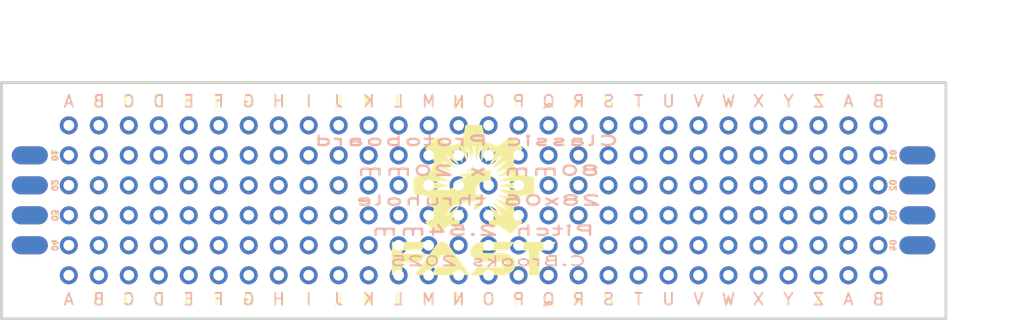
<source format=kicad_pcb>
(kicad_pcb (version 20241229) (generator "pcbnew") (generator_version "9.0")
  (layers (0 "F.Cu" signal) (2 "B.Cu" signal) (13 "F.Paste" user) (15 "B.Paste" user) (5 "F.SilkS" user "F.Silkscreen") (7 "B.SilkS" user "B.Silkscreen") (1 "F.Mask" user) (3 "B.Mask" user) (25 "Edge.Cuts" user))
  (net 0 "")
  (footprint "Proto:Proto_EdgePad_SMD_3.0x1.5mm" (layer "F.Cu") (at 108.53 130.91)
    (property "Reference" "REF**" (hide yes))
    (property "Value" "Proto_EdgePad_SMD_3.0x1.5mm" (hide yes))
    (pad "1" smd oval (at 0 0) (size 3.048 1.524) (layers "F.Cu" "F.Mask" "F.Paste"))
  )
  (footprint "Proto:Proto_EdgePad_SMD_3.0x1.5mm" (layer "F.Cu") (at 108.53 123.29)
    (property "Reference" "REF**" (hide yes))
    (property "Value" "Proto_EdgePad_SMD_3.0x1.5mm" (hide yes))
    (pad "1" smd oval (at 0 0) (size 3.048 1.524) (layers "F.Cu" "F.Mask" "F.Paste"))
  )
  (footprint "Proto:Proto_EdgePad_SMD_3.0x1.5mm" (layer "F.Cu") (at 108.53 128.37)
    (property "Reference" "REF**" (hide yes))
    (property "Value" "Proto_EdgePad_SMD_3.0x1.5mm" (hide yes))
    (pad "1" smd oval (at 0 0) (size 3.048 1.524) (layers "F.Cu" "F.Mask" "F.Paste"))
  )
  (footprint "MountingHole:MountingHole_2.2mm_M2" (layer "F.Cu") (at 108.73 134.53)
    (property "Reference" "REF**" (hide yes))
    (property "Value" "MountingHole_2.2mm_M2" (hide yes))
    (pad "" np_thru_hole circle (at 0 0) (size 2.2 2.2) (drill 2.2) (layers "*.Cu" "*.Mask"))
  )
  (footprint "Proto:Proto_EdgePad_SMD_3.0x1.5mm" (layer "F.Cu") (at 183.714 123.29)
    (property "Reference" "REF**" (hide yes))
    (property "Value" "Proto_EdgePad_SMD_3.0x1.5mm" (hide yes))
    (pad "1" smd oval (at 0 0) (size 3.048 1.524) (layers "F.Cu" "F.Mask" "F.Paste"))
  )
  (footprint "MountingHole:MountingHole_2.2mm_M2" (layer "F.Cu") (at 183.53 119.73)
    (property "Reference" "REF**" (hide yes))
    (property "Value" "MountingHole_2.2mm_M2" (hide yes))
    (pad "" np_thru_hole circle (at 0 0) (size 2.2 2.2) (drill 2.2) (layers "*.Cu" "*.Mask"))
  )
  (footprint "Proto:Proto_EdgePad_SMD_3.0x1.5mm" (layer "F.Cu") (at 183.714 130.91)
    (property "Reference" "REF**" (hide yes))
    (property "Value" "Proto_EdgePad_SMD_3.0x1.5mm" (hide yes))
    (pad "1" smd oval (at 0 0) (size 3.048 1.524) (layers "F.Cu" "F.Mask" "F.Paste"))
  )
  (footprint "Proto:Proto_EdgePad_SMD_3.0x1.5mm" (layer "F.Cu") (at 183.714 128.37)
    (property "Reference" "REF**" (hide yes))
    (property "Value" "Proto_EdgePad_SMD_3.0x1.5mm" (hide yes))
    (pad "1" smd oval (at 0 0) (size 3.048 1.524) (layers "F.Cu" "F.Mask" "F.Paste"))
  )
  (footprint "Proto:Proto_EdgePad_SMD_3.0x1.5mm" (layer "F.Cu") (at 183.714 125.83)
    (property "Reference" "REF**" (hide yes))
    (property "Value" "Proto_EdgePad_SMD_3.0x1.5mm" (hide yes))
    (pad "1" smd oval (at 0 0) (size 3.048 1.524) (layers "F.Cu" "F.Mask" "F.Paste"))
  )
  (footprint "MountingHole:MountingHole_2.2mm_M2" (layer "F.Cu") (at 108.73 119.73)
    (property "Reference" "REF**" (hide yes))
    (property "Value" "MountingHole_2.2mm_M2" (hide yes))
    (pad "" np_thru_hole circle (at 0 0) (size 2.2 2.2) (drill 2.2) (layers "*.Cu" "*.Mask"))
  )
  (footprint "Proto:Proto_EdgePad_SMD_3.0x1.5mm" (layer "F.Cu") (at 108.53 125.83)
    (property "Reference" "REF**" (hide yes))
    (property "Value" "Proto_EdgePad_SMD_3.0x1.5mm" (hide yes))
    (pad "1" smd oval (at 0 0) (size 3.048 1.524) (layers "F.Cu" "F.Mask" "F.Paste"))
  )
  (footprint "MountingHole:MountingHole_2.2mm_M2" (layer "F.Cu") (at 183.53 134.53)
    (property "Reference" "REF**" (hide yes))
    (property "Value" "MountingHole_2.2mm_M2" (hide yes))
    (pad "" np_thru_hole circle (at 0 0) (size 2.2 2.2) (drill 2.2) (layers "*.Cu" "*.Mask"))
  )
  (footprint "kml-custom:FAST-Logo-Large" (layer "F.Cu") (at 145.89 126.71)
    (property "Reference" "G***" (hide yes))
    (property "Value" "LOGO" (hide yes))
  )
  (footprint "" (layer "B.Cu") (at 183.71 125.83)
    (property "Reference" "" (at 0 0 180) (layer "B.SilkS") (effects (font (size 1.27 1.27)) (justify mirror)))
    (property "Value" "")
    (pad "1" smd oval (at 0 0) (size 3.048 1.524) (layers "B.Cu" "B.Mask" "B.Paste"))
  )
  (footprint "Proto:Proto_EdgePad_SMD_3.0x1.5mm" (layer "B.Cu") (at 183.71 130.91)
    (property "Reference" "REF**" (hide yes))
    (property "Value" "Proto_EdgePad_SMD_3.0x1.5mm" (hide yes))
    (pad "1" smd oval (at 0 0) (size 3.048 1.524) (layers "B.Cu" "B.Mask" "B.Paste"))
  )
  (footprint "" (layer "B.Cu") (at 108.53 123.29)
    (property "Reference" "" (at 0 0 180) (layer "B.SilkS") (effects (font (size 1.27 1.27)) (justify mirror)))
    (property "Value" "")
    (pad "1" smd oval (at 0 0) (size 3.048 1.524) (layers "B.Cu" "B.Mask" "B.Paste"))
  )
  (footprint "Proto:Proto_EdgePad_SMD_3.0x1.5mm" (layer "B.Cu") (at 108.53 130.91)
    (property "Reference" "REF**" (hide yes))
    (property "Value" "Proto_EdgePad_SMD_3.0x1.5mm" (hide yes))
    (pad "1" smd oval (at 0 0) (size 3.048 1.524) (layers "B.Cu" "B.Mask" "B.Paste"))
  )
  (footprint "" (layer "B.Cu") (at 108.53 125.83)
    (property "Reference" "" (at 0 0 180) (layer "B.SilkS") (effects (font (size 1.27 1.27)) (justify mirror)))
    (property "Value" "")
    (pad "1" smd oval (at 0 0) (size 3.048 1.524) (layers "B.Cu" "B.Mask" "B.Paste"))
  )
  (footprint "" (layer "B.Cu") (at 108.53 128.37)
    (property "Reference" "" (at 0 0 180) (layer "B.SilkS") (effects (font (size 1.27 1.27)) (justify mirror)))
    (property "Value" "")
    (pad "1" smd oval (at 0 0) (size 3.048 1.524) (layers "B.Cu" "B.Mask" "B.Paste"))
  )
  (footprint "" (layer "B.Cu") (at 183.71 123.29)
    (property "Reference" "" (at 0 0 180) (layer "B.SilkS") (effects (font (size 1.27 1.27)) (justify mirror)))
    (property "Value" "")
    (pad "1" smd oval (at 0 0) (size 3.048 1.524) (layers "B.Cu" "B.Mask" "B.Paste"))
  )
  (footprint "" (layer "B.Cu") (at 183.71 128.37)
    (property "Reference" "" (at 0 0 180) (layer "B.SilkS") (effects (font (size 1.27 1.27)) (justify mirror)))
    (property "Value" "")
    (pad "1" smd oval (at 0 0) (size 3.048 1.524) (layers "B.Cu" "B.Mask" "B.Paste"))
  )
  (gr_rect (start 106.13 117.13) (end 186.13 137.13) (stroke (width 0.254)) (fill no) (layer "Edge.Cuts"))
  (gr_text "R" (at 155.012 118.718 0) (layer "F.SilkS") (effects (font (size 1 1))))
  (gr_text "S" (at 157.552 118.718 0) (layer "F.SilkS") (effects (font (size 1 1))))
  (gr_text "D" (at 119.452 135.482 0) (layer "F.SilkS") (effects (font (size 1 1))))
  (gr_text "03" (at 181.64 128.37 90) (layer "F.SilkS") (effects (font (size 0.508 0.508) (thickness 0.127))))
  (gr_text "W" (at 167.712 135.482 0) (layer "F.SilkS") (effects (font (size 1 1))))
  (gr_text "K" (at 137.232 135.482 0) (layer "F.SilkS") (effects (font (size 1 1))))
  (gr_text "01" (at 110.63 123.29 270) (layer "F.SilkS") (effects (font (size 0.508 0.508) (thickness 0.127))))
  (gr_text "I" (at 132.152 135.482 0) (layer "F.SilkS") (effects (font (size 1 1))))
  (gr_text "01" (at 181.64 123.29 90) (layer "F.SilkS") (effects (font (size 0.508 0.508) (thickness 0.127))))
  (gr_text "04" (at 181.64 130.91 90) (layer "F.SilkS") (effects (font (size 0.508 0.508) (thickness 0.127))))
  (gr_text "04" (at 110.63 130.91 270) (layer "F.SilkS") (effects (font (size 0.508 0.508) (thickness 0.127))))
  (gr_text "H" (at 129.612 135.482 0) (layer "F.SilkS") (effects (font (size 1 1))))
  (gr_text "O" (at 147.392 135.482 0) (layer "F.SilkS") (effects (font (size 1 1))))
  (gr_text "P" (at 149.932 135.482 0) (layer "F.SilkS") (effects (font (size 1 1))))
  (gr_text "E" (at 121.992 118.718 0) (layer "F.SilkS") (effects (font (size 1 1))))
  (gr_text "J" (at 134.692 118.718 0) (layer "F.SilkS") (effects (font (size 1 1))))
  (gr_text "A" (at 111.832 135.482 0) (layer "F.SilkS") (effects (font (size 1 1))))
  (gr_text "E" (at 121.992 135.482 0) (layer "F.SilkS") (effects (font (size 1 1))))
  (gr_text "02" (at 181.64 125.83 90) (layer "F.SilkS") (effects (font (size 0.508 0.508) (thickness 0.127))))
  (gr_text "Q" (at 152.472 135.482 0) (layer "F.SilkS") (effects (font (size 1 1))))
  (gr_text "S" (at 157.552 135.482 0) (layer "F.SilkS") (effects (font (size 1 1))))
  (gr_text "H" (at 129.612 118.718 0) (layer "F.SilkS") (effects (font (size 1 1))))
  (gr_text "I" (at 132.152 118.718 0) (layer "F.SilkS") (effects (font (size 1 1))))
  (gr_text "N" (at 144.852 135.482 0) (layer "F.SilkS") (effects (font (size 1 1))))
  (gr_text "M" (at 142.312 118.718 0) (layer "F.SilkS") (effects (font (size 1 1))))
  (gr_text "B" (at 114.372 135.482 0) (layer "F.SilkS") (effects (font (size 1 1))))
  (gr_text "C" (at 116.912 135.482 0) (layer "F.SilkS") (effects (font (size 1 1))))
  (gr_text "N" (at 144.852 118.718 180) (layer "F.SilkS") (effects (font (size 1 1))))
  (gr_text "03" (at 110.63 128.37 270) (layer "F.SilkS") (effects (font (size 0.508 0.508) (thickness 0.127))))
  (gr_text "J" (at 134.692 135.482 0) (layer "F.SilkS") (effects (font (size 1 1))))
  (gr_text "C" (at 116.912 118.718 0) (layer "F.SilkS") (effects (font (size 1 1))))
  (gr_text "F" (at 124.532 135.482 0) (layer "F.SilkS") (effects (font (size 1 1))))
  (gr_text "V" (at 165.172 118.718 0) (layer "F.SilkS") (effects (font (size 1 1))))
  (gr_text "R" (at 155.012 135.482 0) (layer "F.SilkS") (effects (font (size 1 1))))
  (gr_text "U" (at 162.632 135.482 0) (layer "F.SilkS") (effects (font (size 1 1))))
  (gr_text "O" (at 147.392 118.718 0) (layer "F.SilkS") (effects (font (size 1 1))))
  (gr_text "V" (at 165.172 135.482 0) (layer "F.SilkS") (effects (font (size 1 1))))
  (gr_text "A" (at 111.832 118.718 0) (layer "F.SilkS") (effects (font (size 1 1))))
  (gr_text "G" (at 127.072 135.482 0) (layer "F.SilkS") (effects (font (size 1 1))))
  (gr_text "P" (at 149.932 118.718 0) (layer "F.SilkS") (effects (font (size 1 1))))
  (gr_text "X" (at 170.252 118.718 0) (layer "F.SilkS") (effects (font (size 1 1))))
  (gr_text "K" (at 137.232 118.718 0) (layer "F.SilkS") (effects (font (size 1 1))))
  (gr_text "B" (at 114.372 118.718 0) (layer "F.SilkS") (effects (font (size 1 1))))
  (gr_text "L" (at 139.772 118.718 0) (layer "F.SilkS") (effects (font (size 1 1))))
  (gr_text "02" (at 110.63 125.83 270) (layer "F.SilkS") (effects (font (size 0.508 0.508) (thickness 0.127))))
  (gr_text "G" (at 127.072 118.718 0) (layer "F.SilkS") (effects (font (size 1 1))))
  (gr_text "Q" (at 152.472 118.718 0) (layer "F.SilkS") (effects (font (size 1 1))))
  (gr_text "D" (at 119.452 118.718 0) (layer "F.SilkS") (effects (font (size 1 1))))
  (gr_text "U" (at 162.632 118.718 0) (layer "F.SilkS") (effects (font (size 1 1))))
  (gr_text "X" (at 170.252 135.482 0) (layer "F.SilkS") (effects (font (size 1 1))))
  (gr_text "W" (at 167.712 118.718 0) (layer "F.SilkS") (effects (font (size 1 1))))
  (gr_text "M" (at 142.312 135.482 0) (layer "F.SilkS") (effects (font (size 1 1))))
  (gr_text "F" (at 124.532 118.718 0) (layer "F.SilkS") (effects (font (size 1 1))))
  (gr_text "T" (at 160.092 135.482 0) (layer "F.SilkS") (effects (font (size 1 1))))
  (gr_text "T" (at 160.092 118.718 0) (layer "F.SilkS") (effects (font (size 1 1))))
  (gr_text "L" (at 139.772 135.482 0) (layer "F.SilkS") (effects (font (size 1 1))))
  (gr_text "Y" (at 172.792 118.718 0) (layer "F.SilkS") (effects (font (size 1 1))))
  (gr_text "Z" (at 175.332 118.718 0) (layer "F.SilkS") (effects (font (size 1 1))))
  (gr_text "A" (at 177.872 118.718 0) (layer "F.SilkS") (effects (font (size 1 1))))
  (gr_text "B" (at 180.412 118.718 0) (layer "F.SilkS") (effects (font (size 1 1))))
  (gr_text "Y" (at 172.792 135.482 0) (layer "F.SilkS") (effects (font (size 1 1))))
  (gr_text "Z" (at 175.332 135.482 0) (layer "F.SilkS") (effects (font (size 1 1))))
  (gr_text "A" (at 177.872 135.482 0) (layer "F.SilkS") (effects (font (size 1 1))))
  (gr_text "B" (at 180.412 135.482 0) (layer "F.SilkS") (effects (font (size 1 1))))
  (gr_text "G" (at 127.07 135.48 0) (layer "B.SilkS") (effects (font (size 1 1)) (justify mirror)))
  (gr_text "02" (at 181.668 125.83 90) (layer "B.SilkS") (effects (font (size 0.508 0.508) (thickness 0.127)) (justify mirror)))
  (gr_text "W" (at 167.72 118.71 0) (layer "B.SilkS") (effects (font (size 1 1)) (justify mirror)))
  (gr_text "B" (at 114.37 135.48 0) (layer "B.SilkS") (effects (font (size 1 1)) (justify mirror)))
  (gr_text "P" (at 149.93 135.48 0) (layer "B.SilkS") (effects (font (size 1 1)) (justify mirror)))
  (gr_text "Pitch 2.54mm" (at 146.9 129.67 0) (layer "B.SilkS") (effects (font (size 0.8 1.8) (thickness 0.2) (bold yes)) (justify mirror)))
  (gr_text "O" (at 147.4 118.71 0) (layer "B.SilkS") (effects (font (size 1 1)) (justify mirror)))
  (gr_text "X" (at 170.26 118.71 0) (layer "B.SilkS") (effects (font (size 1 1)) (justify mirror)))
  (gr_text "F" (at 124.53 135.48 0) (layer "B.SilkS") (effects (font (size 1 1)) (justify mirror)))
  (gr_text "C" (at 116.91 135.48 0) (layer "B.SilkS") (effects (font (size 1 1)) (justify mirror)))
  (gr_text "N" (at 144.85 135.48 0) (layer "B.SilkS") (effects (font (size 1 1)) (justify mirror)))
  (gr_text "B" (at 180.42 118.71 0) (layer "B.SilkS") (effects (font (size 1 1)) (justify mirror)))
  (gr_text "L" (at 139.78 118.71 0) (layer "B.SilkS") (effects (font (size 1 1)) (justify mirror)))
  (gr_text "04" (at 181.668 130.91 90) (layer "B.SilkS") (effects (font (size 0.508 0.508) (thickness 0.127)) (justify mirror)))
  (gr_text "Classic Protoboard" (at 145.5 122.06 0) (layer "B.SilkS") (effects (font (size 0.8 1.8) (thickness 0.2) (bold yes)) (justify mirror)))
  (gr_text "U" (at 162.63 135.48 0) (layer "B.SilkS") (effects (font (size 1 1)) (justify mirror)))
  (gr_text "Y" (at 172.79 135.48 0) (layer "B.SilkS") (effects (font (size 1 1)) (justify mirror)))
  (gr_text "H" (at 129.61 135.48 0) (layer "B.SilkS") (effects (font (size 1 1)) (justify mirror)))
  (gr_text "J" (at 134.69 135.48 0) (layer "B.SilkS") (effects (font (size 1 1)) (justify mirror)))
  (gr_text "U" (at 162.64 118.71 0) (layer "B.SilkS") (effects (font (size 1 1)) (justify mirror)))
  (gr_text "80mm x 20mm" (at 146.5 124.59 0) (layer "B.SilkS") (effects (font (size 0.8 1.8) (thickness 0.2) (bold yes)) (justify mirror)))
  (gr_text "B" (at 114.38 118.71 0) (layer "B.SilkS") (effects (font (size 1 1)) (justify mirror)))
  (gr_text "B" (at 180.41 135.48 0) (layer "B.SilkS") (effects (font (size 1 1)) (justify mirror)))
  (gr_text "D" (at 119.45 135.48 0) (layer "B.SilkS") (effects (font (size 1 1)) (justify mirror)))
  (gr_text "X" (at 170.25 135.48 0) (layer "B.SilkS") (effects (font (size 1 1)) (justify mirror)))
  (gr_text "F" (at 124.54 118.71 0) (layer "B.SilkS") (effects (font (size 1 1)) (justify mirror)))
  (gr_text "E" (at 121.99 135.48 0) (layer "B.SilkS") (effects (font (size 1 1)) (justify mirror)))
  (gr_text "V" (at 165.17 135.48 0) (layer "B.SilkS") (effects (font (size 1 1)) (justify mirror)))
  (gr_text "N" (at 144.86 118.71 180) (layer "B.SilkS") (effects (font (size 1 1)) (justify mirror)))
  (gr_text "S" (at 157.56 118.71 0) (layer "B.SilkS") (effects (font (size 1 1)) (justify mirror)))
  (gr_text "28x06 thruhole" (at 146.5 127.11 0) (layer "B.SilkS") (effects (font (size 0.8 1.8) (thickness 0.2) (bold yes)) (justify mirror)))
  (gr_text "K" (at 137.23 135.48 0) (layer "B.SilkS") (effects (font (size 1 1)) (justify mirror)))
  (gr_text "O" (at 147.39 135.48 0) (layer "B.SilkS") (effects (font (size 1 1)) (justify mirror)))
  (gr_text "P" (at 149.94 118.71 0) (layer "B.SilkS") (effects (font (size 1 1)) (justify mirror)))
  (gr_text "R" (at 155.01 135.48 0) (layer "B.SilkS") (effects (font (size 1 1)) (justify mirror)))
  (gr_text "H" (at 129.62 118.71 0) (layer "B.SilkS") (effects (font (size 1 1)) (justify mirror)))
  (gr_text "Y" (at 172.8 118.71 0) (layer "B.SilkS") (effects (font (size 1 1)) (justify mirror)))
  (gr_text "E" (at 122 118.71 0) (layer "B.SilkS") (effects (font (size 1 1)) (justify mirror)))
  (gr_text "T" (at 160.1 118.71 0) (layer "B.SilkS") (effects (font (size 1 1)) (justify mirror)))
  (gr_text "04" (at 110.628 130.91 270) (layer "B.SilkS") (effects (font (size 0.508 0.508) (thickness 0.127)) (justify mirror)))
  (gr_text "T" (at 160.09 135.48 0) (layer "B.SilkS") (effects (font (size 1 1)) (justify mirror)))
  (gr_text "Q" (at 152.47 135.48 0) (layer "B.SilkS") (effects (font (size 1 1)) (justify mirror)))
  (gr_text "C.Brooks 2025" (at 147.35 132.25 0) (layer "B.SilkS") (effects (font (size 0.8 1.5) (thickness 0.15625)) (justify mirror)))
  (gr_text "R" (at 155.02 118.71 0) (layer "B.SilkS") (effects (font (size 1 1)) (justify mirror)))
  (gr_text "D" (at 119.46 118.71 0) (layer "B.SilkS") (effects (font (size 1 1)) (justify mirror)))
  (gr_text "03" (at 110.628 128.37 270) (layer "B.SilkS") (effects (font (size 0.508 0.508) (thickness 0.127)) (justify mirror)))
  (gr_text "A" (at 111.83 135.48 0) (layer "B.SilkS") (effects (font (size 1 1)) (justify mirror)))
  (gr_text "Z" (at 175.34 118.71 0) (layer "B.SilkS") (effects (font (size 1 1)) (justify mirror)))
  (gr_text "M" (at 142.31 135.48 0) (layer "B.SilkS") (effects (font (size 1 1)) (justify mirror)))
  (gr_text "S" (at 157.55 135.48 0) (layer "B.SilkS") (effects (font (size 1 1)) (justify mirror)))
  (gr_text "A" (at 177.88 118.71 0) (layer "B.SilkS") (effects (font (size 1 1)) (justify mirror)))
  (gr_text "Q" (at 152.48 118.71 0) (layer "B.SilkS") (effects (font (size 1 1)) (justify mirror)))
  (gr_text "C" (at 116.92 118.71 0) (layer "B.SilkS") (effects (font (size 1 1)) (justify mirror)))
  (gr_text "W" (at 167.71 135.48 0) (layer "B.SilkS") (effects (font (size 1 1)) (justify mirror)))
  (gr_text "01" (at 110.628 123.29 270) (layer "B.SilkS") (effects (font (size 0.508 0.508) (thickness 0.127)) (justify mirror)))
  (gr_text "03" (at 181.668 128.37 90) (layer "B.SilkS") (effects (font (size 0.508 0.508) (thickness 0.127)) (justify mirror)))
  (gr_text "K" (at 137.24 118.71 0) (layer "B.SilkS") (effects (font (size 1 1)) (justify mirror)))
  (gr_text "M" (at 142.32 118.71 0) (layer "B.SilkS") (effects (font (size 1 1)) (justify mirror)))
  (gr_text "V" (at 165.18 118.71 0) (layer "B.SilkS") (effects (font (size 1 1)) (justify mirror)))
  (gr_text "02" (at 110.628 125.83 270) (layer "B.SilkS") (effects (font (size 0.508 0.508) (thickness 0.127)) (justify mirror)))
  (gr_text "Z" (at 175.33 135.48 0) (layer "B.SilkS") (effects (font (size 1 1)) (justify mirror)))
  (gr_text "L" (at 139.77 135.48 0) (layer "B.SilkS") (effects (font (size 1 1)) (justify mirror)))
  (gr_text "G" (at 127.08 118.71 0) (layer "B.SilkS") (effects (font (size 1 1)) (justify mirror)))
  (gr_text "J" (at 134.7 118.71 0) (layer "B.SilkS") (effects (font (size 1 1)) (justify mirror)))
  (gr_text "A" (at 177.87 135.48 0) (layer "B.SilkS") (effects (font (size 1 1)) (justify mirror)))
  (gr_text "01" (at 181.668 123.29 90) (layer "B.SilkS") (effects (font (size 0.508 0.508) (thickness 0.127)) (justify mirror)))
  (gr_text "I" (at 132.16 118.71 0) (layer "B.SilkS") (effects (font (size 1 1)) (justify mirror)))
  (gr_text "A" (at 111.84 118.71 0) (layer "B.SilkS") (effects (font (size 1 1)) (justify mirror)))
  (gr_text "I" (at 132.15 135.48 0) (layer "B.SilkS") (effects (font (size 1 1)) (justify mirror)))
  (via (at 162.632 130.91) (size 1.524) (drill 0.9144) (layers "F.Cu" "B.Cu") (net 0))
  (via (at 165.172 130.91) (size 1.524) (drill 0.9144) (layers "F.Cu" "B.Cu") (net 0))
  (via (at 167.712 130.91) (size 1.524) (drill 0.9144) (layers "F.Cu" "B.Cu") (net 0))
  (via (at 180.412 130.91) (size 1.524) (drill 0.9144) (layers "F.Cu" "B.Cu") (net 0))
  (via (at 132.152 128.37) (size 1.524) (drill 0.9144) (layers "F.Cu" "B.Cu") (net 0))
  (via (at 111.832 130.91) (size 1.524) (drill 0.9144) (layers "F.Cu" "B.Cu") (net 0))
  (via (at 114.372 128.37) (size 1.524) (drill 0.9144) (layers "F.Cu" "B.Cu") (net 0))
  (via (at 137.232 128.37) (size 1.524) (drill 0.9144) (layers "F.Cu" "B.Cu") (net 0))
  (via (at 142.312 128.37) (size 1.524) (drill 0.9144) (layers "F.Cu" "B.Cu") (net 0))
  (via (at 157.552 120.75) (size 1.524) (drill 0.9144) (layers "F.Cu" "B.Cu") (net 0))
  (via (at 160.092 128.37) (size 1.524) (drill 0.9144) (layers "F.Cu" "B.Cu") (net 0))
  (via (at 139.772 133.45) (size 1.524) (drill 0.9144) (layers "F.Cu" "B.Cu") (net 0))
  (via (at 142.312 133.45) (size 1.524) (drill 0.9144) (layers "F.Cu" "B.Cu") (net 0))
  (via (at 116.912 133.45) (size 1.524) (drill 0.9144) (layers "F.Cu" "B.Cu") (net 0))
  (via (at 127.072 128.37) (size 1.524) (drill 0.9144) (layers "F.Cu" "B.Cu") (net 0))
  (via (at 144.852 133.45) (size 1.524) (drill 0.9144) (layers "F.Cu" "B.Cu") (net 0))
  (via (at 147.392 133.45) (size 1.524) (drill 0.9144) (layers "F.Cu" "B.Cu") (net 0))
  (via (at 160.092 120.75) (size 1.524) (drill 0.9144) (layers "F.Cu" "B.Cu") (net 0))
  (via (at 132.152 130.91) (size 1.524) (drill 0.9144) (layers "F.Cu" "B.Cu") (net 0))
  (via (at 144.852 120.75) (size 1.524) (drill 0.9144) (layers "F.Cu" "B.Cu") (net 0))
  (via (at 111.832 128.37) (size 1.524) (drill 0.9144) (layers "F.Cu" "B.Cu") (net 0))
  (via (at 121.992 125.83) (size 1.524) (drill 0.9144) (layers "F.Cu" "B.Cu") (net 0))
  (via (at 129.612 125.83) (size 1.524) (drill 0.9144) (layers "F.Cu" "B.Cu") (net 0))
  (via (at 124.532 128.37) (size 1.524) (drill 0.9144) (layers "F.Cu" "B.Cu") (net 0))
  (via (at 111.832 125.83) (size 1.524) (drill 0.9144) (layers "F.Cu" "B.Cu") (net 0))
  (via (at 155.012 123.29) (size 1.524) (drill 0.9144) (layers "F.Cu" "B.Cu") (net 0))
  (via (at 147.392 128.37) (size 1.524) (drill 0.9144) (layers "F.Cu" "B.Cu") (net 0))
  (via (at 160.092 133.45) (size 1.524) (drill 0.9144) (layers "F.Cu" "B.Cu") (net 0))
  (via (at 157.552 125.83) (size 1.524) (drill 0.9144) (layers "F.Cu" "B.Cu") (net 0))
  (via (at 162.632 133.45) (size 1.524) (drill 0.9144) (layers "F.Cu" "B.Cu") (net 0))
  (via (at 165.172 133.45) (size 1.524) (drill 0.9144) (layers "F.Cu" "B.Cu") (net 0))
  (via (at 167.712 133.45) (size 1.524) (drill 0.9144) (layers "F.Cu" "B.Cu") (net 0))
  (via (at 180.412 133.45) (size 1.524) (drill 0.9144) (layers "F.Cu" "B.Cu") (net 0))
  (via (at 167.712 125.83) (size 1.524) (drill 0.9144) (layers "F.Cu" "B.Cu") (net 0))
  (via (at 121.992 120.75) (size 1.524) (drill 0.9144) (layers "F.Cu" "B.Cu") (net 0))
  (via (at 132.152 123.29) (size 1.524) (drill 0.9144) (layers "F.Cu" "B.Cu") (net 0))
  (via (at 121.992 133.45) (size 1.524) (drill 0.9144) (layers "F.Cu" "B.Cu") (net 0))
  (via (at 124.532 123.29) (size 1.524) (drill 0.9144) (layers "F.Cu" "B.Cu") (net 0))
  (via (at 129.612 120.75) (size 1.524) (drill 0.9144) (layers "F.Cu" "B.Cu") (net 0))
  (via (at 160.092 130.91) (size 1.524) (drill 0.9144) (layers "F.Cu" "B.Cu") (net 0))
  (via (at 111.832 133.45) (size 1.524) (drill 0.9144) (layers "F.Cu" "B.Cu") (net 0))
  (via (at 149.932 130.91) (size 1.524) (drill 0.9144) (layers "F.Cu" "B.Cu") (net 0))
  (via (at 127.072 125.83) (size 1.524) (drill 0.9144) (layers "F.Cu" "B.Cu") (net 0))
  (via (at 124.532 120.75) (size 1.524) (drill 0.9144) (layers "F.Cu" "B.Cu") (net 0))
  (via (at 147.392 120.75) (size 1.524) (drill 0.9144) (layers "F.Cu" "B.Cu") (net 0))
  (via (at 114.372 133.45) (size 1.524) (drill 0.9144) (layers "F.Cu" "B.Cu") (net 0))
  (via (at 165.172 123.29) (size 1.524) (drill 0.9144) (layers "F.Cu" "B.Cu") (net 0))
  (via (at 165.172 125.83) (size 1.524) (drill 0.9144) (layers "F.Cu" "B.Cu") (net 0))
  (via (at 167.712 120.75) (size 1.524) (drill 0.9144) (layers "F.Cu" "B.Cu") (net 0))
  (via (at 180.412 120.75) (size 1.524) (drill 0.9144) (layers "F.Cu" "B.Cu") (net 0))
  (via (at 162.632 128.37) (size 1.524) (drill 0.9144) (layers "F.Cu" "B.Cu") (net 0))
  (via (at 165.172 128.37) (size 1.524) (drill 0.9144) (layers "F.Cu" "B.Cu") (net 0))
  (via (at 162.632 120.75) (size 1.524) (drill 0.9144) (layers "F.Cu" "B.Cu") (net 0))
  (via (at 165.172 120.75) (size 1.524) (drill 0.9144) (layers "F.Cu" "B.Cu") (net 0))
  (via (at 167.712 123.29) (size 1.524) (drill 0.9144) (layers "F.Cu" "B.Cu") (net 0))
  (via (at 139.772 128.37) (size 1.524) (drill 0.9144) (layers "F.Cu" "B.Cu") (net 0))
  (via (at 121.992 130.91) (size 1.524) (drill 0.9144) (layers "F.Cu" "B.Cu") (net 0))
  (via (at 124.532 130.91) (size 1.524) (drill 0.9144) (layers "F.Cu" "B.Cu") (net 0))
  (via (at 160.092 125.83) (size 1.524) (drill 0.9144) (layers "F.Cu" "B.Cu") (net 0))
  (via (at 157.552 130.91) (size 1.524) (drill 0.9144) (layers "F.Cu" "B.Cu") (net 0))
  (via (at 155.012 120.75) (size 1.524) (drill 0.9144) (layers "F.Cu" "B.Cu") (net 0))
  (via (at 114.372 130.91) (size 1.524) (drill 0.9144) (layers "F.Cu" "B.Cu") (net 0))
  (via (at 127.072 123.29) (size 1.524) (drill 0.9144) (layers "F.Cu" "B.Cu") (net 0))
  (via (at 132.152 120.75) (size 1.524) (drill 0.9144) (layers "F.Cu" "B.Cu") (net 0))
  (via (at 121.992 123.29) (size 1.524) (drill 0.9144) (layers "F.Cu" "B.Cu") (net 0))
  (via (at 152.472 123.29) (size 1.524) (drill 0.9144) (layers "F.Cu" "B.Cu") (net 0))
  (via (at 119.452 120.75) (size 1.524) (drill 0.9144) (layers "F.Cu" "B.Cu") (net 0))
  (via (at 149.932 120.75) (size 1.524) (drill 0.9144) (layers "F.Cu" "B.Cu") (net 0))
  (via (at 152.472 128.37) (size 1.524) (drill 0.9144) (layers "F.Cu" "B.Cu") (net 0))
  (via (at 139.772 130.91) (size 1.524) (drill 0.9144) (layers "F.Cu" "B.Cu") (net 0))
  (via (at 142.312 130.91) (size 1.524) (drill 0.9144) (layers "F.Cu" "B.Cu") (net 0))
  (via (at 144.852 130.91) (size 1.524) (drill 0.9144) (layers "F.Cu" "B.Cu") (net 0))
  (via (at 147.392 130.91) (size 1.524) (drill 0.9144) (layers "F.Cu" "B.Cu") (net 0))
  (via (at 144.852 128.37) (size 1.524) (drill 0.9144) (layers "F.Cu" "B.Cu") (net 0))
  (via (at 119.452 125.83) (size 1.524) (drill 0.9144) (layers "F.Cu" "B.Cu") (net 0))
  (via (at 144.852 123.29) (size 1.524) (drill 0.9144) (layers "F.Cu" "B.Cu") (net 0))
  (via (at 134.692 128.37) (size 1.524) (drill 0.9144) (layers "F.Cu" "B.Cu") (net 0))
  (via (at 129.612 128.37) (size 1.524) (drill 0.9144) (layers "F.Cu" "B.Cu") (net 0))
  (via (at 137.232 125.83) (size 1.524) (drill 0.9144) (layers "F.Cu" "B.Cu") (net 0))
  (via (at 127.072 133.45) (size 1.524) (drill 0.9144) (layers "F.Cu" "B.Cu") (net 0))
  (via (at 137.232 120.75) (size 1.524) (drill 0.9144) (layers "F.Cu" "B.Cu") (net 0))
  (via (at 111.832 123.29) (size 1.524) (drill 0.9144) (layers "F.Cu" "B.Cu") (net 0))
  (via (at 114.372 123.29) (size 1.524) (drill 0.9144) (layers "F.Cu" "B.Cu") (net 0))
  (via (at 147.392 125.83) (size 1.524) (drill 0.9144) (layers "F.Cu" "B.Cu") (net 0))
  (via (at 157.552 123.29) (size 1.524) (drill 0.9144) (layers "F.Cu" "B.Cu") (net 0))
  (via (at 147.392 123.29) (size 1.524) (drill 0.9144) (layers "F.Cu" "B.Cu") (net 0))
  (via (at 149.932 123.29) (size 1.524) (drill 0.9144) (layers "F.Cu" "B.Cu") (net 0))
  (via (at 152.472 125.83) (size 1.524) (drill 0.9144) (layers "F.Cu" "B.Cu") (net 0))
  (via (at 134.692 123.29) (size 1.524) (drill 0.9144) (layers "F.Cu" "B.Cu") (net 0))
  (via (at 127.072 120.75) (size 1.524) (drill 0.9144) (layers "F.Cu" "B.Cu") (net 0))
  (via (at 116.912 128.37) (size 1.524) (drill 0.9144) (layers "F.Cu" "B.Cu") (net 0))
  (via (at 152.472 130.91) (size 1.524) (drill 0.9144) (layers "F.Cu" "B.Cu") (net 0))
  (via (at 155.012 130.91) (size 1.524) (drill 0.9144) (layers "F.Cu" "B.Cu") (net 0))
  (via (at 149.932 128.37) (size 1.524) (drill 0.9144) (layers "F.Cu" "B.Cu") (net 0))
  (via (at 139.772 120.75) (size 1.524) (drill 0.9144) (layers "F.Cu" "B.Cu") (net 0))
  (via (at 132.152 125.83) (size 1.524) (drill 0.9144) (layers "F.Cu" "B.Cu") (net 0))
  (via (at 119.452 123.29) (size 1.524) (drill 0.9144) (layers "F.Cu" "B.Cu") (net 0))
  (via (at 144.852 125.83) (size 1.524) (drill 0.9144) (layers "F.Cu" "B.Cu") (net 0))
  (via (at 116.912 123.29) (size 1.524) (drill 0.9144) (layers "F.Cu" "B.Cu") (net 0))
  (via (at 134.692 125.83) (size 1.524) (drill 0.9144) (layers "F.Cu" "B.Cu") (net 0))
  (via (at 119.452 128.37) (size 1.524) (drill 0.9144) (layers "F.Cu" "B.Cu") (net 0))
  (via (at 121.992 128.37) (size 1.524) (drill 0.9144) (layers "F.Cu" "B.Cu") (net 0))
  (via (at 134.692 130.91) (size 1.524) (drill 0.9144) (layers "F.Cu" "B.Cu") (net 0))
  (via (at 137.232 130.91) (size 1.524) (drill 0.9144) (layers "F.Cu" "B.Cu") (net 0))
  (via (at 157.552 128.37) (size 1.524) (drill 0.9144) (layers "F.Cu" "B.Cu") (net 0))
  (via (at 155.012 125.83) (size 1.524) (drill 0.9144) (layers "F.Cu" "B.Cu") (net 0))
  (via (at 139.772 123.29) (size 1.524) (drill 0.9144) (layers "F.Cu" "B.Cu") (net 0))
  (via (at 162.632 123.29) (size 1.524) (drill 0.9144) (layers "F.Cu" "B.Cu") (net 0))
  (via (at 111.832 120.75) (size 1.524) (drill 0.9144) (layers "F.Cu" "B.Cu") (net 0))
  (via (at 180.412 123.29) (size 1.524) (drill 0.9144) (layers "F.Cu" "B.Cu") (net 0))
  (via (at 167.712 128.37) (size 1.524) (drill 0.9144) (layers "F.Cu" "B.Cu") (net 0))
  (via (at 180.412 128.37) (size 1.524) (drill 0.9144) (layers "F.Cu" "B.Cu") (net 0))
  (via (at 180.412 125.83) (size 1.524) (drill 0.9144) (layers "F.Cu" "B.Cu") (net 0))
  (via (at 162.632 125.83) (size 1.524) (drill 0.9144) (layers "F.Cu" "B.Cu") (net 0))
  (via (at 134.692 120.75) (size 1.524) (drill 0.9144) (layers "F.Cu" "B.Cu") (net 0))
  (via (at 124.532 125.83) (size 1.524) (drill 0.9144) (layers "F.Cu" "B.Cu") (net 0))
  (via (at 137.232 123.29) (size 1.524) (drill 0.9144) (layers "F.Cu" "B.Cu") (net 0))
  (via (at 157.552 133.45) (size 1.524) (drill 0.9144) (layers "F.Cu" "B.Cu") (net 0))
  (via (at 116.912 120.75) (size 1.524) (drill 0.9144) (layers "F.Cu" "B.Cu") (net 0))
  (via (at 116.912 130.91) (size 1.524) (drill 0.9144) (layers "F.Cu" "B.Cu") (net 0))
  (via (at 119.452 130.91) (size 1.524) (drill 0.9144) (layers "F.Cu" "B.Cu") (net 0))
  (via (at 149.932 133.45) (size 1.524) (drill 0.9144) (layers "F.Cu" "B.Cu") (net 0))
  (via (at 152.472 133.45) (size 1.524) (drill 0.9144) (layers "F.Cu" "B.Cu") (net 0))
  (via (at 155.012 133.45) (size 1.524) (drill 0.9144) (layers "F.Cu" "B.Cu") (net 0))
  (via (at 129.612 133.45) (size 1.524) (drill 0.9144) (layers "F.Cu" "B.Cu") (net 0))
  (via (at 132.152 133.45) (size 1.524) (drill 0.9144) (layers "F.Cu" "B.Cu") (net 0))
  (via (at 124.532 133.45) (size 1.524) (drill 0.9144) (layers "F.Cu" "B.Cu") (net 0))
  (via (at 134.692 133.45) (size 1.524) (drill 0.9144) (layers "F.Cu" "B.Cu") (net 0))
  (via (at 137.232 133.45) (size 1.524) (drill 0.9144) (layers "F.Cu" "B.Cu") (net 0))
  (via (at 119.452 133.45) (size 1.524) (drill 0.9144) (layers "F.Cu" "B.Cu") (net 0))
  (via (at 152.472 120.75) (size 1.524) (drill 0.9144) (layers "F.Cu" "B.Cu") (net 0))
  (via (at 139.772 125.83) (size 1.524) (drill 0.9144) (layers "F.Cu" "B.Cu") (net 0))
  (via (at 142.312 125.83) (size 1.524) (drill 0.9144) (layers "F.Cu" "B.Cu") (net 0))
  (via (at 114.372 125.83) (size 1.524) (drill 0.9144) (layers "F.Cu" "B.Cu") (net 0))
  (via (at 116.912 125.83) (size 1.524) (drill 0.9144) (layers "F.Cu" "B.Cu") (net 0))
  (via (at 160.092 123.29) (size 1.524) (drill 0.9144) (layers "F.Cu" "B.Cu") (net 0))
  (via (at 142.312 123.29) (size 1.524) (drill 0.9144) (layers "F.Cu" "B.Cu") (net 0))
  (via (at 114.372 120.75) (size 1.524) (drill 0.9144) (layers "F.Cu" "B.Cu") (net 0))
  (via (at 149.932 125.83) (size 1.524) (drill 0.9144) (layers "F.Cu" "B.Cu") (net 0))
  (via (at 127.072 130.91) (size 1.524) (drill 0.9144) (layers "F.Cu" "B.Cu") (net 0))
  (via (at 129.612 130.91) (size 1.524) (drill 0.9144) (layers "F.Cu" "B.Cu") (net 0))
  (via (at 155.012 128.37) (size 1.524) (drill 0.9144) (layers "F.Cu" "B.Cu") (net 0))
  (via (at 142.312 120.75) (size 1.524) (drill 0.9144) (layers "F.Cu" "B.Cu") (net 0))
  (via (at 129.612 123.29) (size 1.524) (drill 0.9144) (layers "F.Cu" "B.Cu") (net 0))
  (via (at 170.252 130.91) (size 1.524) (drill 0.9144) (layers "F.Cu" "B.Cu") (net 0))
  (via (at 172.792 130.91) (size 1.524) (drill 0.9144) (layers "F.Cu" "B.Cu") (net 0))
  (via (at 175.332 130.91) (size 1.524) (drill 0.9144) (layers "F.Cu" "B.Cu") (net 0))
  (via (at 177.872 130.91) (size 1.524) (drill 0.9144) (layers "F.Cu" "B.Cu") (net 0))
  (via (at 170.252 133.45) (size 1.524) (drill 0.9144) (layers "F.Cu" "B.Cu") (net 0))
  (via (at 172.792 133.45) (size 1.524) (drill 0.9144) (layers "F.Cu" "B.Cu") (net 0))
  (via (at 175.332 133.45) (size 1.524) (drill 0.9144) (layers "F.Cu" "B.Cu") (net 0))
  (via (at 177.872 133.45) (size 1.524) (drill 0.9144) (layers "F.Cu" "B.Cu") (net 0))
  (via (at 170.252 125.83) (size 1.524) (drill 0.9144) (layers "F.Cu" "B.Cu") (net 0))
  (via (at 172.792 125.83) (size 1.524) (drill 0.9144) (layers "F.Cu" "B.Cu") (net 0))
  (via (at 175.332 125.83) (size 1.524) (drill 0.9144) (layers "F.Cu" "B.Cu") (net 0))
  (via (at 177.872 125.83) (size 1.524) (drill 0.9144) (layers "F.Cu" "B.Cu") (net 0))
  (via (at 170.252 120.75) (size 1.524) (drill 0.9144) (layers "F.Cu" "B.Cu") (net 0))
  (via (at 172.792 120.75) (size 1.524) (drill 0.9144) (layers "F.Cu" "B.Cu") (net 0))
  (via (at 175.332 120.75) (size 1.524) (drill 0.9144) (layers "F.Cu" "B.Cu") (net 0))
  (via (at 177.872 120.75) (size 1.524) (drill 0.9144) (layers "F.Cu" "B.Cu") (net 0))
  (via (at 170.252 123.29) (size 1.524) (drill 0.9144) (layers "F.Cu" "B.Cu") (net 0))
  (via (at 172.792 123.29) (size 1.524) (drill 0.9144) (layers "F.Cu" "B.Cu") (net 0))
  (via (at 175.332 123.29) (size 1.524) (drill 0.9144) (layers "F.Cu" "B.Cu") (net 0))
  (via (at 177.872 123.29) (size 1.524) (drill 0.9144) (layers "F.Cu" "B.Cu") (net 0))
  (via (at 170.252 128.37) (size 1.524) (drill 0.9144) (layers "F.Cu" "B.Cu") (net 0))
  (via (at 172.792 128.37) (size 1.524) (drill 0.9144) (layers "F.Cu" "B.Cu") (net 0))
  (via (at 175.332 128.37) (size 1.524) (drill 0.9144) (layers "F.Cu" "B.Cu") (net 0))
  (via (at 177.872 128.37) (size 1.524) (drill 0.9144) (layers "F.Cu" "B.Cu") (net 0))
)
</source>
